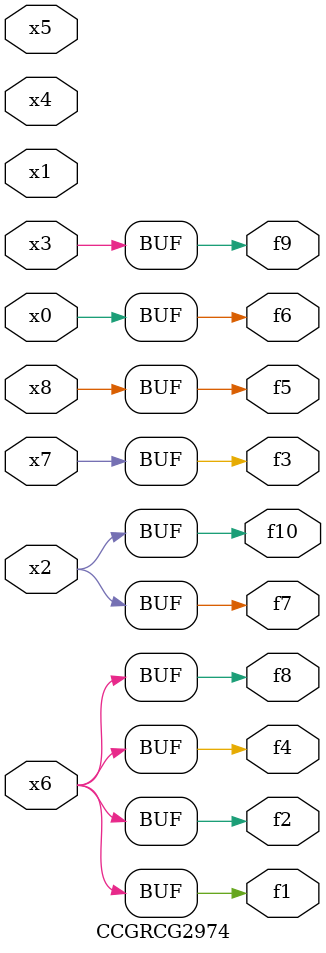
<source format=v>
module CCGRCG2974(
	input x0, x1, x2, x3, x4, x5, x6, x7, x8,
	output f1, f2, f3, f4, f5, f6, f7, f8, f9, f10
);
	assign f1 = x6;
	assign f2 = x6;
	assign f3 = x7;
	assign f4 = x6;
	assign f5 = x8;
	assign f6 = x0;
	assign f7 = x2;
	assign f8 = x6;
	assign f9 = x3;
	assign f10 = x2;
endmodule

</source>
